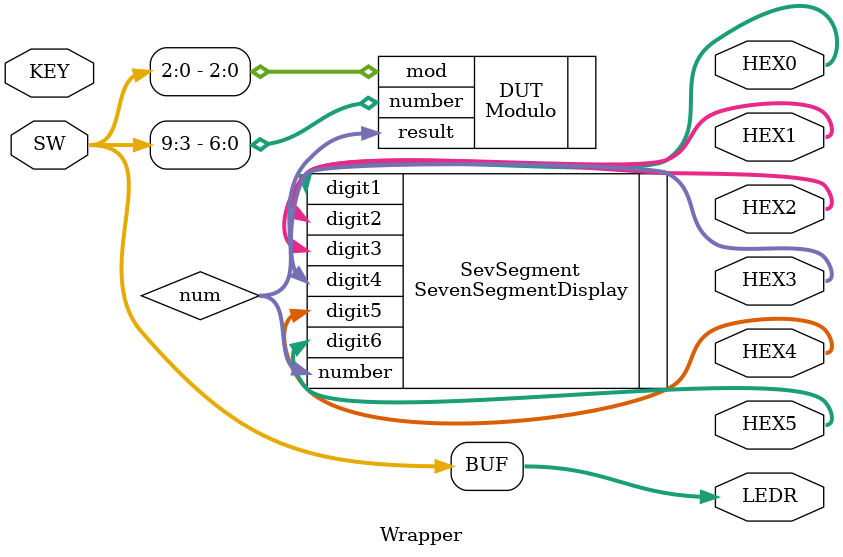
<source format=v>
module Wrapper(
	input [1:0] KEY,
	input [9:0] SW,
	output[9:0] LEDR,
	output[6:0] HEX0, HEX1, HEX2, HEX3, HEX4, HEX5
);

// Wire to get the result of modulo 
wire [6:0] num;

assign LEDR = SW;

Modulo DUT(
	.mod(SW[2:0]),
	.number(SW[9:3]),
	.result(num)
);

SevenSegmentDisplay SevSegment(
	.number(num),
	.digit1(HEX0),
	.digit2(HEX1),
	.digit3(HEX2),
	.digit4(HEX3),
	.digit5(HEX4),
	.digit6(HEX5)
);

endmodule 
</source>
